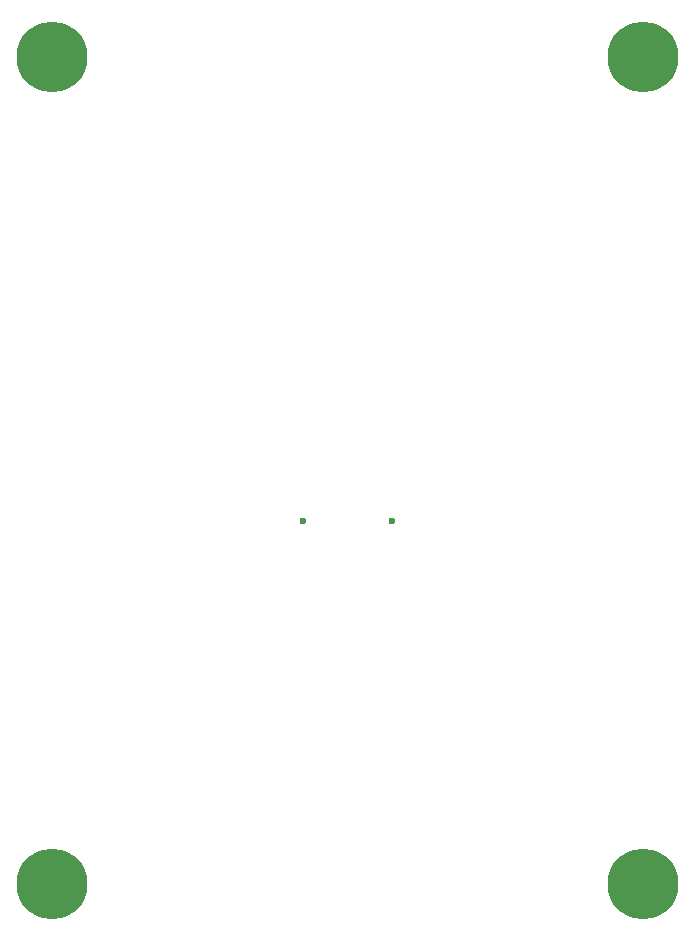
<source format=gbr>
%TF.GenerationSoftware,Altium Limited,Altium Designer,25.4.2 (15)*%
G04 Layer_Color=0*
%FSLAX45Y45*%
%MOMM*%
%TF.SameCoordinates,81630B90-A891-4B4D-9F54-97E9C8775566*%
%TF.FilePolarity,Positive*%
%TF.FileFunction,NonPlated,1,4,NPTH,Drill*%
%TF.Part,Single*%
G01*
G75*
%TA.AperFunction,ComponentDrill*%
%ADD140C,0.60000*%
%TA.AperFunction,OtherDrill,Pad Free-M (5mm,5mm)*%
%ADD141C,6.00000*%
%TA.AperFunction,OtherDrill,Pad Free-M (55mm,5mm)*%
%ADD142C,6.00000*%
%TA.AperFunction,OtherDrill,Pad Free-M (55mm,75mm)*%
%ADD143C,6.00000*%
%TA.AperFunction,OtherDrill,Pad Free-M (5mm,75mm)*%
%ADD144C,6.00000*%
D140*
X3375000Y3572200D02*
D03*
X2625000D02*
D03*
D141*
X500000Y500000D02*
D03*
D142*
X5500000D02*
D03*
D143*
Y7500000D02*
D03*
D144*
X500000D02*
D03*
%TF.MD5,e2179bdeb7eff10f71512140a2d13d66*%
M02*

</source>
